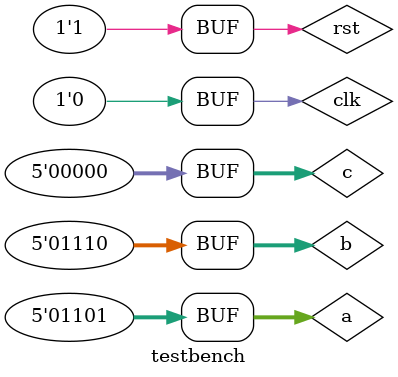
<source format=v>
module testbench;
    reg clk;

    initial begin
        // $dumpfile("testbench.vcd");
        // $dumpvars(0, testbench);

        #5 clk = 0;
        repeat (10000) begin
            #5 clk = 1;
            #5 clk = 0;
        end

        $display("OKAY");    
    end
   
    
    reg [4:0] a;
    reg [4:0] b;    
    reg [4:0] c;
    reg rst;
    wire [4:0] x;
    wire [4:0] y;
    wire [4:0] z;
        
    top uut (
        .clk (clk),
        .rst (rst),
        .a (a),
        .b (b),
        .c (c),
        .x(x),
        .y(y),
        .z(z)
    );
    
    initial begin
        rst <= 0;
        #5
        rst <= 1;
        #5
        a <= 4'b1111;
        b <= 4'b1010;        
        c <= 4'b1011;
        #50
        a <= 4'b1000;
        b <= 4'b1100;        
        c <= 4'b1010;
        #50
        a <= 4'b1100;
        b <= 4'b0100;
        c <= 4'b1011;
        #50
        a <= 4'b1101;
        b <= 4'b1110;
        c <= 4'b0000;
    end
    
endmodule

</source>
